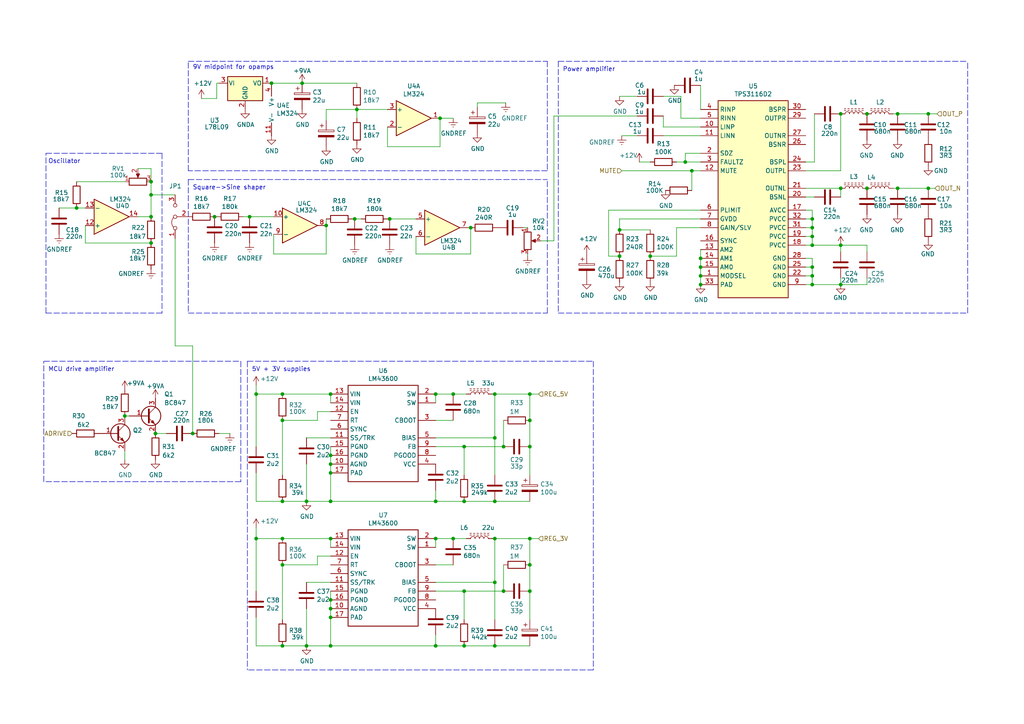
<source format=kicad_sch>
(kicad_sch (version 20211123) (generator eeschema)
  (paper "A4")
  (junction (at 74.295 156.21))
  (junction (at 203.2 77.47))
  (junction (at 95.885 156.21))
  (junction (at 243.84 82.55))
  (junction (at 43.815 70.485))
  (junction (at 95.885 134.62))
  (junction (at 251.46 54.61))
  (junction (at 143.51 114.3))
  (junction (at 269.24 54.61))
  (junction (at 95.885 176.53))
  (junction (at 153.67 129.54))
  (junction (at 136.525 66.04))
  (junction (at 153.67 156.21))
  (junction (at 87.63 24.13))
  (junction (at 153.67 121.92))
  (junction (at 179.705 66.675))
  (junction (at 235.585 63.5))
  (junction (at 143.51 187.325))
  (junction (at 235.585 71.12))
  (junction (at 88.9 145.415))
  (junction (at 134.62 145.415))
  (junction (at 243.84 33.02))
  (junction (at 143.51 168.91))
  (junction (at 81.915 145.415))
  (junction (at 134.62 187.325))
  (junction (at 260.35 54.61))
  (junction (at 95.885 137.16))
  (junction (at 235.585 82.55))
  (junction (at 143.51 127))
  (junction (at 126.365 145.415))
  (junction (at 131.445 156.21))
  (junction (at 243.84 54.61))
  (junction (at 203.2 82.55))
  (junction (at 43.815 62.865))
  (junction (at 81.915 156.21))
  (junction (at 134.62 129.54))
  (junction (at 251.46 33.02))
  (junction (at 81.915 187.325))
  (junction (at 143.51 156.21))
  (junction (at 235.585 66.04))
  (junction (at 200.66 49.53))
  (junction (at 74.295 114.3))
  (junction (at 43.815 56.515))
  (junction (at 203.2 74.93))
  (junction (at 126.365 156.21))
  (junction (at 146.05 171.45))
  (junction (at 95.885 187.325))
  (junction (at 179.705 74.295))
  (junction (at 235.585 77.47))
  (junction (at 95.885 173.99))
  (junction (at 146.05 129.54))
  (junction (at 126.365 114.3))
  (junction (at 36.195 120.65))
  (junction (at 143.51 145.415))
  (junction (at 235.585 68.58))
  (junction (at 81.915 121.92))
  (junction (at 94.615 65.405))
  (junction (at 22.225 60.325))
  (junction (at 188.595 74.295))
  (junction (at 55.88 125.73))
  (junction (at 126.365 187.325))
  (junction (at 235.585 80.01))
  (junction (at 153.67 163.83))
  (junction (at 127.635 34.29))
  (junction (at 72.39 62.865))
  (junction (at 131.445 114.3))
  (junction (at 153.67 171.45))
  (junction (at 153.67 114.3))
  (junction (at 95.885 179.07))
  (junction (at 198.755 46.99))
  (junction (at 103.505 31.75))
  (junction (at 243.84 71.12))
  (junction (at 95.885 114.3))
  (junction (at 269.24 33.02))
  (junction (at 78.74 24.13))
  (junction (at 134.62 171.45))
  (junction (at 45.085 125.73))
  (junction (at 203.2 80.01))
  (junction (at 95.885 132.08))
  (junction (at 102.87 63.5))
  (junction (at 113.03 63.5))
  (junction (at 62.23 62.865))
  (junction (at 81.915 163.83))
  (junction (at 43.815 52.705))
  (junction (at 88.9 187.325))
  (junction (at 81.915 114.3))
  (junction (at 260.35 33.02))
  (junction (at 95.885 145.415))
  (wire (pts (xy 103.505 31.75) (xy 103.505 34.29)))
  (polyline (pts (xy 158.75 90.805) (xy 158.75 52.07)))
  (wire (pts (xy 88.9 127) (xy 95.885 127)))
  (wire (pts (xy 45.085 125.73) (xy 48.26 125.73)))
  (wire (pts (xy 203.2 46.99) (xy 198.755 46.99)))
  (wire (pts (xy 138.43 29.845) (xy 138.43 31.115)))
  (wire (pts (xy 153.035 73.66) (xy 153.035 74.295)))
  (wire (pts (xy 251.46 71.12) (xy 251.46 73.025)))
  (polyline (pts (xy 46.99 90.805) (xy 13.335 90.805)))
  (wire (pts (xy 198.755 44.45) (xy 203.2 44.45)))
  (polyline (pts (xy 13.335 90.805) (xy 13.335 44.45)))
  (wire (pts (xy 153.67 114.3) (xy 156.21 114.3)))
  (wire (pts (xy 79.375 73.66) (xy 94.615 73.66)))
  (wire (pts (xy 142.875 114.3) (xy 143.51 114.3)))
  (wire (pts (xy 43.815 48.895) (xy 43.815 52.705)))
  (wire (pts (xy 88.9 145.415) (xy 81.915 145.415)))
  (wire (pts (xy 188.595 74.295) (xy 196.215 74.295)))
  (wire (pts (xy 156.845 69.85) (xy 160.655 69.85)))
  (wire (pts (xy 235.585 71.12) (xy 235.585 68.58)))
  (wire (pts (xy 36.195 133.35) (xy 36.195 130.81)))
  (polyline (pts (xy 161.925 17.78) (xy 280.67 17.78)))
  (wire (pts (xy 233.68 74.93) (xy 235.585 74.93)))
  (wire (pts (xy 233.68 82.55) (xy 235.585 82.55)))
  (wire (pts (xy 131.445 121.92) (xy 126.365 121.92)))
  (wire (pts (xy 235.585 60.96) (xy 235.585 63.5)))
  (wire (pts (xy 92.075 119.38) (xy 95.885 119.38)))
  (wire (pts (xy 88.9 168.91) (xy 95.885 168.91)))
  (wire (pts (xy 243.84 33.02) (xy 243.84 49.53)))
  (wire (pts (xy 81.915 163.83) (xy 92.075 163.83)))
  (wire (pts (xy 120.65 68.58) (xy 120.65 73.66)))
  (polyline (pts (xy 12.7 139.7) (xy 12.7 104.775)))
  (wire (pts (xy 233.68 77.47) (xy 235.585 77.47)))
  (wire (pts (xy 243.84 71.12) (xy 251.46 71.12)))
  (wire (pts (xy 233.68 46.99) (xy 236.22 46.99)))
  (wire (pts (xy 43.815 56.515) (xy 50.8 56.515)))
  (wire (pts (xy 153.67 121.92) (xy 153.67 129.54)))
  (wire (pts (xy 40.005 62.865) (xy 43.815 62.865)))
  (wire (pts (xy 88.9 134.62) (xy 88.9 145.415)))
  (wire (pts (xy 235.585 66.04) (xy 235.585 68.58)))
  (wire (pts (xy 95.885 171.45) (xy 95.885 173.99)))
  (wire (pts (xy 200.66 49.53) (xy 203.2 49.53)))
  (wire (pts (xy 136.525 73.66) (xy 136.525 66.04)))
  (wire (pts (xy 40.005 48.895) (xy 43.815 48.895)))
  (wire (pts (xy 143.51 137.795) (xy 143.51 127)))
  (wire (pts (xy 74.295 111.76) (xy 74.295 114.3)))
  (wire (pts (xy 88.9 187.325) (xy 81.915 187.325)))
  (wire (pts (xy 103.505 24.13) (xy 87.63 24.13)))
  (wire (pts (xy 203.2 63.5) (xy 179.705 63.5)))
  (wire (pts (xy 143.51 127) (xy 143.51 114.3)))
  (wire (pts (xy 88.9 145.415) (xy 95.885 145.415)))
  (wire (pts (xy 188.595 46.99) (xy 185.42 46.99)))
  (wire (pts (xy 17.145 60.325) (xy 22.225 60.325)))
  (wire (pts (xy 72.39 62.865) (xy 79.375 62.865)))
  (wire (pts (xy 95.885 187.325) (xy 95.885 179.07)))
  (wire (pts (xy 63.5 24.13) (xy 62.865 24.13)))
  (wire (pts (xy 95.885 156.21) (xy 81.915 156.21)))
  (wire (pts (xy 196.215 66.04) (xy 203.2 66.04)))
  (wire (pts (xy 81.915 163.83) (xy 81.915 179.705)))
  (wire (pts (xy 95.885 114.3) (xy 81.915 114.3)))
  (wire (pts (xy 233.68 57.15) (xy 236.22 57.15)))
  (wire (pts (xy 160.655 69.85) (xy 160.655 33.655)))
  (wire (pts (xy 95.885 187.325) (xy 126.365 187.325)))
  (polyline (pts (xy 54.61 52.07) (xy 54.61 90.805)))
  (wire (pts (xy 143.51 156.21) (xy 153.67 156.21)))
  (polyline (pts (xy 280.67 90.805) (xy 280.67 17.78)))
  (wire (pts (xy 160.655 33.655) (xy 184.785 33.655)))
  (wire (pts (xy 126.365 145.415) (xy 134.62 145.415)))
  (polyline (pts (xy 54.61 17.78) (xy 158.75 17.78)))
  (wire (pts (xy 120.65 73.66) (xy 136.525 73.66)))
  (wire (pts (xy 235.585 82.55) (xy 243.84 82.55)))
  (wire (pts (xy 131.445 114.3) (xy 135.255 114.3)))
  (wire (pts (xy 102.87 63.5) (xy 102.235 63.5)))
  (polyline (pts (xy 54.61 49.53) (xy 54.61 17.78)))
  (wire (pts (xy 94.615 31.75) (xy 94.615 34.925)))
  (wire (pts (xy 136.525 66.04) (xy 135.89 66.04)))
  (wire (pts (xy 81.915 187.325) (xy 74.295 187.325)))
  (wire (pts (xy 269.24 33.02) (xy 271.78 33.02)))
  (polyline (pts (xy 12.7 104.775) (xy 69.85 104.775)))
  (polyline (pts (xy 172.085 104.775) (xy 172.085 194.31)))
  (wire (pts (xy 235.585 74.93) (xy 235.585 77.47)))
  (wire (pts (xy 95.885 158.75) (xy 95.885 156.21)))
  (wire (pts (xy 153.67 156.21) (xy 156.21 156.21)))
  (wire (pts (xy 203.2 80.01) (xy 203.2 82.55)))
  (polyline (pts (xy 46.99 44.45) (xy 46.99 90.805)))
  (wire (pts (xy 79.375 67.945) (xy 79.375 73.66)))
  (wire (pts (xy 233.68 71.12) (xy 235.585 71.12)))
  (wire (pts (xy 200.66 49.53) (xy 180.34 49.53)))
  (wire (pts (xy 43.815 56.515) (xy 43.815 62.865)))
  (wire (pts (xy 50.8 69.215) (xy 50.8 100.33)))
  (polyline (pts (xy 54.61 90.805) (xy 158.75 90.805)))
  (wire (pts (xy 143.51 168.91) (xy 143.51 156.21)))
  (wire (pts (xy 126.365 116.84) (xy 126.365 114.3)))
  (wire (pts (xy 127.635 34.29) (xy 131.445 34.29)))
  (wire (pts (xy 203.2 34.29) (xy 197.485 34.29)))
  (wire (pts (xy 112.395 63.5) (xy 113.03 63.5)))
  (wire (pts (xy 22.225 60.325) (xy 24.765 60.325)))
  (wire (pts (xy 233.68 80.01) (xy 235.585 80.01)))
  (wire (pts (xy 134.62 171.45) (xy 146.05 171.45)))
  (polyline (pts (xy 172.085 194.31) (xy 71.755 194.31)))
  (polyline (pts (xy 71.755 104.775) (xy 172.085 104.775)))
  (wire (pts (xy 95.885 145.415) (xy 126.365 145.415)))
  (wire (pts (xy 192.405 39.37) (xy 203.2 39.37)))
  (wire (pts (xy 81.915 121.92) (xy 81.915 137.795)))
  (wire (pts (xy 74.295 153.035) (xy 74.295 156.21)))
  (wire (pts (xy 112.395 42.545) (xy 127.635 42.545)))
  (wire (pts (xy 95.885 116.84) (xy 95.885 114.3)))
  (wire (pts (xy 74.295 114.3) (xy 74.295 129.54)))
  (wire (pts (xy 143.51 145.415) (xy 153.67 145.415)))
  (wire (pts (xy 95.885 179.07) (xy 95.885 176.53)))
  (wire (pts (xy 196.215 74.295) (xy 196.215 66.04)))
  (wire (pts (xy 134.62 145.415) (xy 143.51 145.415)))
  (wire (pts (xy 259.08 54.61) (xy 260.35 54.61)))
  (wire (pts (xy 198.755 44.45) (xy 198.755 46.99)))
  (wire (pts (xy 233.68 63.5) (xy 235.585 63.5)))
  (wire (pts (xy 200.66 55.245) (xy 200.66 49.53)))
  (wire (pts (xy 243.84 82.55) (xy 251.46 82.55)))
  (wire (pts (xy 127.635 42.545) (xy 127.635 34.29)))
  (wire (pts (xy 134.62 129.54) (xy 146.05 129.54)))
  (wire (pts (xy 203.2 77.47) (xy 203.2 80.01)))
  (wire (pts (xy 176.53 60.96) (xy 203.2 60.96)))
  (wire (pts (xy 198.755 46.99) (xy 196.215 46.99)))
  (wire (pts (xy 197.485 27.94) (xy 192.405 27.94)))
  (wire (pts (xy 22.225 52.705) (xy 36.195 52.705)))
  (wire (pts (xy 74.295 145.415) (xy 74.295 137.16)))
  (wire (pts (xy 243.84 54.61) (xy 243.84 57.15)))
  (wire (pts (xy 88.9 176.53) (xy 88.9 187.325)))
  (wire (pts (xy 95.885 129.54) (xy 95.885 132.08)))
  (wire (pts (xy 260.35 33.02) (xy 269.24 33.02)))
  (wire (pts (xy 184.785 39.37) (xy 180.34 39.37)))
  (wire (pts (xy 126.365 142.24) (xy 126.365 145.415)))
  (wire (pts (xy 55.88 125.73) (xy 55.88 100.33)))
  (wire (pts (xy 233.68 66.04) (xy 235.585 66.04)))
  (wire (pts (xy 260.35 54.61) (xy 269.24 54.61)))
  (wire (pts (xy 113.03 63.5) (xy 120.65 63.5)))
  (wire (pts (xy 176.53 74.295) (xy 176.53 60.96)))
  (wire (pts (xy 143.51 179.705) (xy 143.51 168.91)))
  (wire (pts (xy 203.2 77.47) (xy 203.2 74.93)))
  (wire (pts (xy 126.365 114.3) (xy 131.445 114.3)))
  (wire (pts (xy 81.915 114.3) (xy 74.295 114.3)))
  (wire (pts (xy 153.67 171.45) (xy 153.67 179.705)))
  (wire (pts (xy 203.2 24.765) (xy 203.2 31.75)))
  (wire (pts (xy 143.51 114.3) (xy 153.67 114.3)))
  (wire (pts (xy 94.615 63.5) (xy 94.615 65.405)))
  (wire (pts (xy 92.075 163.83) (xy 92.075 161.29)))
  (wire (pts (xy 233.68 60.96) (xy 235.585 60.96)))
  (wire (pts (xy 95.885 134.62) (xy 95.885 137.16)))
  (wire (pts (xy 112.395 36.83) (xy 112.395 42.545)))
  (wire (pts (xy 192.405 36.83) (xy 192.405 33.655)))
  (wire (pts (xy 251.46 82.55) (xy 251.46 80.645)))
  (wire (pts (xy 112.395 31.75) (xy 103.505 31.75)))
  (wire (pts (xy 88.9 187.325) (xy 95.885 187.325)))
  (wire (pts (xy 36.195 120.65) (xy 37.465 120.65)))
  (polyline (pts (xy 158.75 49.53) (xy 54.61 49.53)))
  (wire (pts (xy 62.865 62.865) (xy 62.23 62.865)))
  (wire (pts (xy 70.485 62.865) (xy 72.39 62.865)))
  (wire (pts (xy 81.915 121.92) (xy 92.075 121.92)))
  (wire (pts (xy 235.585 80.01) (xy 235.585 82.55)))
  (wire (pts (xy 74.295 156.21) (xy 74.295 171.45)))
  (wire (pts (xy 94.615 65.405) (xy 94.615 73.66)))
  (wire (pts (xy 126.365 184.15) (xy 126.365 187.325)))
  (wire (pts (xy 235.585 77.47) (xy 235.585 80.01)))
  (wire (pts (xy 233.68 49.53) (xy 243.84 49.53)))
  (wire (pts (xy 81.915 156.21) (xy 74.295 156.21)))
  (wire (pts (xy 259.08 33.02) (xy 260.35 33.02)))
  (wire (pts (xy 103.505 31.75) (xy 94.615 31.75)))
  (wire (pts (xy 126.365 127) (xy 143.51 127)))
  (wire (pts (xy 95.885 137.16) (xy 95.885 145.415)))
  (wire (pts (xy 92.075 121.92) (xy 92.075 119.38)))
  (wire (pts (xy 58.42 28.575) (xy 62.865 28.575)))
  (wire (pts (xy 153.67 163.83) (xy 153.67 171.45)))
  (wire (pts (xy 74.295 187.325) (xy 74.295 179.07)))
  (wire (pts (xy 233.68 68.58) (xy 235.585 68.58)))
  (wire (pts (xy 126.365 158.75) (xy 126.365 156.21)))
  (wire (pts (xy 179.705 63.5) (xy 179.705 66.675)))
  (wire (pts (xy 142.875 156.21) (xy 143.51 156.21)))
  (wire (pts (xy 43.815 70.485) (xy 24.765 70.485)))
  (wire (pts (xy 146.05 163.83) (xy 146.05 171.45)))
  (wire (pts (xy 134.62 187.325) (xy 143.51 187.325)))
  (wire (pts (xy 43.815 52.705) (xy 43.815 56.515)))
  (wire (pts (xy 134.62 171.45) (xy 134.62 179.705)))
  (polyline (pts (xy 161.925 17.78) (xy 161.925 90.805)))
  (wire (pts (xy 203.2 72.39) (xy 203.2 74.93)))
  (wire (pts (xy 95.885 176.53) (xy 95.885 173.99)))
  (wire (pts (xy 188.595 66.675) (xy 179.705 66.675)))
  (wire (pts (xy 134.62 129.54) (xy 134.62 137.795)))
  (wire (pts (xy 126.365 156.21) (xy 131.445 156.21)))
  (wire (pts (xy 131.445 156.21) (xy 135.255 156.21)))
  (wire (pts (xy 179.705 27.94) (xy 184.785 27.94)))
  (wire (pts (xy 233.68 54.61) (xy 243.84 54.61)))
  (wire (pts (xy 24.765 70.485) (xy 24.765 65.405)))
  (polyline (pts (xy 71.755 104.775) (xy 71.755 194.31)))
  (polyline (pts (xy 69.85 104.775) (xy 69.85 139.7)))
  (wire (pts (xy 102.87 63.5) (xy 104.775 63.5)))
  (wire (pts (xy 197.485 34.29) (xy 197.485 27.94)))
  (wire (pts (xy 95.885 132.08) (xy 95.885 134.62)))
  (wire (pts (xy 92.075 161.29) (xy 95.885 161.29)))
  (wire (pts (xy 62.865 24.13) (xy 62.865 28.575)))
  (polyline (pts (xy 158.75 17.78) (xy 158.75 49.53)))
  (wire (pts (xy 63.5 125.73) (xy 66.675 125.73)))
  (polyline (pts (xy 54.61 52.07) (xy 158.75 52.07)))
  (wire (pts (xy 126.365 129.54) (xy 134.62 129.54)))
  (wire (pts (xy 203.2 36.83) (xy 192.405 36.83)))
  (wire (pts (xy 236.22 46.99) (xy 236.22 33.02)))
  (wire (pts (xy 146.05 121.92) (xy 146.05 129.54)))
  (wire (pts (xy 78.74 24.13) (xy 87.63 24.13)))
  (polyline (pts (xy 161.925 90.805) (xy 280.67 90.805)))
  (wire (pts (xy 126.365 171.45) (xy 134.62 171.45)))
  (wire (pts (xy 81.915 145.415) (xy 74.295 145.415)))
  (wire (pts (xy 235.585 71.12) (xy 243.84 71.12)))
  (wire (pts (xy 131.445 163.83) (xy 126.365 163.83)))
  (wire (pts (xy 55.88 100.33) (xy 50.8 100.33)))
  (wire (pts (xy 153.67 156.21) (xy 153.67 163.83)))
  (wire (pts (xy 243.84 71.12) (xy 243.84 73.025)))
  (wire (pts (xy 143.51 187.325) (xy 153.67 187.325)))
  (wire (pts (xy 146.685 29.845) (xy 138.43 29.845)))
  (wire (pts (xy 126.365 187.325) (xy 134.62 187.325)))
  (polyline (pts (xy 13.335 44.45) (xy 46.99 44.45)))
  (wire (pts (xy 126.365 168.91) (xy 143.51 168.91)))
  (wire (pts (xy 153.67 129.54) (xy 153.67 137.795)))
  (wire (pts (xy 235.585 63.5) (xy 235.585 66.04)))
  (wire (pts (xy 153.035 66.04) (xy 151.765 66.04)))
  (wire (pts (xy 179.705 74.295) (xy 176.53 74.295)))
  (polyline (pts (xy 69.85 139.7) (xy 12.7 139.7)))
  (wire (pts (xy 243.84 82.55) (xy 243.84 80.645)))
  (wire (pts (xy 269.24 54.61) (xy 271.145 54.61)))
  (wire (pts (xy 153.67 114.3) (xy 153.67 121.92)))
  (text "9V midpoint for opamps" (at 55.88 20.32 0) (effects (font (size 1.27 1.27)) (justify left bottom)))
  (text "Oscillator" (at 13.97 47.625 0) (effects (font (size 1.27 1.27)) (justify left bottom)))
  (text "Square->Sine shaper" (at 55.88 55.245 0) (effects (font (size 1.27 1.27)) (justify left bottom)))
  (text "Power amplifier" (at 163.195 20.955 0) (effects (font (size 1.27 1.27)) (justify left bottom)))
  (text "5V + 3V supplies" (at 73.025 107.95 0) (effects (font (size 1.27 1.27)) (justify left bottom)))
  (text "MCU drive amplifier" (at 13.97 107.95 0) (effects (font (size 1.27 1.27)) (justify left bottom)))
  (hierarchical_label "REG_5V" (shape input) (at 156.21 114.3 0))
  (hierarchical_label "MUTE" (shape input) (at 180.34 49.53 180))
  (hierarchical_label "REG_3V" (shape input) (at 156.21 156.21 0))
  (hierarchical_label "OUT_P" (shape input) (at 271.78 33.02 0))
  (hierarchical_label "ADRIVE" (shape input) (at 20.955 125.73 180))
  (hierarchical_label "OUT_N" (shape input) (at 271.145 54.61 0))
  (symbol (lib_id "Device:C") (at 17.145 64.135 0) (unit 1)
    (property "Reference" "C18" (at 19.05 66.675 0) (effects (justify left)))
    (property "Value" "220n" (at 19.05 68.58 0) (effects (justify left)))
    (property "Footprint" "Capacitor_THT:C_Rect_L7.0mm_W3.5mm_P5.00mm" (effects hide))
    (property "PN" "MKS2-220N/63-R" (effects hide))
    (property "supplier" "TME" (effects hide))
  )
  (symbol (lib_id "power:+12V") (at 185.42 46.99 0) (unit 1)
    (property "Reference" "#PWR030" (effects hide))
    (property "Value" "+12V" (at 182.245 45.085 0))
  )
  (symbol (lib_id "Amplifier_Operational:TL074") (at 32.385 62.865 0) (mirror x) (unit 4)
    (property "Reference" "U4" (at 35.56 59.69 0))
    (property "Value" "LM324" (at 34.925 57.785 0))
    (property "Footprint" "Package_SO:SO-14_3.9x8.65mm_P1.27mm" (effects hide))
    (property "Datasheet" "http://www.ti.com/lit/ds/symlink/tl071.pdf" (effects hide))
    (property "PN" "LM324AD" (effects hide))
    (property "supplier" "TME" (effects hide))
  )
  (symbol (lib_id "Device:C") (at 126.365 138.43 0) (unit 1)
    (property "Reference" "C32" (at 129.286 137.2616 0) (effects (justify left)))
    (property "Value" "2u2" (at 129.286 139.573 0) (effects (justify left)))
    (property "Footprint" "Capacitor_SMD:C_0805_2012Metric_Pad1.18x1.45mm_HandSolder" (effects hide))
    (property "PN" "CL21B225KPFNNNE" (effects hide))
    (property "supplier" "TME" (effects hide))
  )
  (symbol (lib_id "Device:C") (at 143.51 141.605 0) (unit 1)
    (property "Reference" "C33" (at 146.431 140.4366 0) (effects (justify left)))
    (property "Value" "2u2" (at 146.431 142.748 0) (effects (justify left)))
    (property "Footprint" "Capacitor_SMD:C_0805_2012Metric_Pad1.18x1.45mm_HandSolder" (effects hide))
    (property "PN" "CL21B225KPFNNNE" (effects hide))
    (property "supplier" "TME" (effects hide))
  )
  (symbol (lib_id "jlib_1:TPS3116D2") (at 218.44 52.07 0) (unit 1)
    (property "Reference" "U5" (at 218.44 24.9682 0))
    (property "Value" "TPS3116D2" (at 218.44 27.2796 0))
    (property "Footprint" "Package_SO:HTSSOP-32-1EP_6.1x11mm_P0.65mm_EP5.2x11mm_Mask4.11x4.36mm" (effects hide))
    (property "PN" "TPA3116D2DAD" (effects hide))
    (property "supplier" "aliexpress" (effects hide))
  )
  (symbol (lib_id "Device:CP") (at 94.615 38.735 0) (unit 1)
    (property "Reference" "C7" (at 97.6122 37.5666 0) (effects (justify left)))
    (property "Value" "22u" (at 97.6122 39.878 0) (effects (justify left)))
    (property "Footprint" "Capacitor_THT:CP_Radial_D5.0mm_P2.50mm" (effects hide))
    (property "PN" "EEAGA1E220H" (effects hide))
    (property "supplier" "TME" (effects hide))
  )
  (symbol (lib_id "Device:C") (at 251.46 58.42 180) (unit 1)
    (property "Reference" "C15" (at 257.175 57.785 0) (effects (justify left)))
    (property "Value" "680n" (at 258.445 59.69 0) (effects (justify left)))
    (property "Footprint" "Capacitor_SMD:C_0805_2012Metric_Pad1.18x1.45mm_HandSolder" (effects hide))
    (property "supplier" "TME" (effects hide))
    (property "PN" "C0805C684K5RAC" (effects hide))
  )
  (symbol (lib_id "power:GNDREF") (at 180.34 39.37 0) (unit 1)
    (property "Reference" "#PWR027" (effects hide))
    (property "Value" "GNDREF" (at 174.625 41.275 0))
  )
  (symbol (lib_id "Device:R") (at 140.335 66.04 90) (unit 1)
    (property "Reference" "R20" (at 140.335 60.7822 90))
    (property "Value" "240R" (at 140.335 63.0936 90))
    (property "Footprint" "Resistor_SMD:R_MiniMELF_MMA-0204" (effects hide))
    (property "PN" "MMA02040C2400" (effects hide))
    (property "supplier" "TME" (effects hide))
  )
  (symbol (lib_id "Device:R") (at 188.595 70.485 180) (unit 1)
    (property "Reference" "R24" (at 190.373 69.3166 0) (effects (justify right)))
    (property "Value" "100K" (at 190.373 71.628 0) (effects (justify right)))
    (property "Footprint" "Resistor_SMD:R_MiniMELF_MMA-0204" (effects hide))
    (property "supplier" "TME" (effects hide))
    (property "PN" "CSRV0204FTDG1003" (effects hide))
  )
  (symbol (lib_id "power:GND") (at 269.24 69.85 0) (unit 1)
    (property "Reference" "#PWR036" (effects hide))
    (property "Value" "GND" (at 271.145 73.66 0) (effects (justify right)))
  )
  (symbol (lib_id "Device:R") (at 108.585 63.5 90) (unit 1)
    (property "Reference" "R19" (at 108.585 58.2422 90))
    (property "Value" "180k" (at 108.585 60.5536 90))
    (property "Footprint" "Resistor_SMD:R_MiniMELF_MMA-0204" (effects hide))
    (property "PN" "MMA02040C1803" (effects hide))
    (property "supplier" "TME" (effects hide))
  )
  (symbol (lib_id "power:GND") (at 195.58 24.765 0) (unit 1)
    (property "Reference" "#PWR020" (effects hide))
    (property "Value" "GND" (at 195.707 29.1592 0))
  )
  (symbol (lib_id "power:+12V") (at 74.295 111.76 0) (unit 1)
    (property "Reference" "#PWR055" (effects hide))
    (property "Value" "+12V" (at 78.105 109.855 0))
  )
  (symbol (lib_id "power:GND") (at 193.04 55.245 0) (unit 1)
    (property "Reference" "#PWR032" (effects hide))
    (property "Value" "GND" (at 193.167 59.6392 0))
  )
  (symbol (lib_id "Device:C") (at 188.595 39.37 270) (unit 1)
    (property "Reference" "C13" (at 182.245 36.195 90) (effects (justify left)))
    (property "Value" "1u" (at 183.515 38.1 90) (effects (justify left)))
    (property "Footprint" "Capacitor_THT:C_Rect_L7.0mm_W3.5mm_P5.00mm" (effects hide))
    (property "PN" "MKS2-1U/50" (effects hide))
    (property "supplier" "TME" (effects hide))
  )
  (symbol (lib_id "Device:C") (at 88.9 130.81 0) (unit 1)
    (property "Reference" "C30" (at 91.821 129.6416 0) (effects (justify left)))
    (property "Value" "2u2" (at 91.821 131.953 0) (effects (justify left)))
    (property "Footprint" "Capacitor_SMD:C_0805_2012Metric_Pad1.18x1.45mm_HandSolder" (effects hide))
    (property "PN" "CL21B225KPFNNNE" (effects hide))
    (property "supplier" "TME" (effects hide))
  )
  (symbol (lib_id "Device:C") (at 240.03 33.02 270) (unit 1)
    (property "Reference" "C8" (at 238.76 36.83 90) (effects (justify left)))
    (property "Value" "220n" (at 238.125 38.735 90) (effects (justify left)))
    (property "Footprint" "Capacitor_SMD:C_0805_2012Metric_Pad1.18x1.45mm_HandSolder" (effects hide))
    (property "PN" "VJ0805Y224KXATW1BC" (effects hide))
    (property "supplier" "TME" (effects hide))
  )
  (symbol (lib_id "power:GNDREF") (at 131.445 34.29 0) (unit 1)
    (property "Reference" "#PWR021" (effects hide))
    (property "Value" "GNDREF" (at 131.572 38.6842 0))
  )
  (symbol (lib_id "power:+12V") (at 58.42 28.575 0) (unit 1)
    (property "Reference" "#PWR016" (effects hide))
    (property "Value" "+12V" (at 58.801 24.1808 0))
  )
  (symbol (lib_id "Device:C") (at 62.23 66.675 0) (unit 1)
    (property "Reference" "C20" (at 65.151 65.5066 0) (effects (justify left)))
    (property "Value" "220n" (at 65.151 67.818 0) (effects (justify left)))
    (property "Footprint" "Capacitor_THT:C_Rect_L7.0mm_W3.5mm_P5.00mm" (effects hide))
    (property "PN" "MKS2-220N/63-R" (effects hide))
    (property "supplier" "TME" (effects hide))
  )
  (symbol (lib_id "power:+12V") (at 74.295 153.035 0) (unit 1)
    (property "Reference" "#PWR057" (effects hide))
    (property "Value" "+12V" (at 78.105 151.13 0))
  )
  (symbol (lib_id "Device:L_Core_Ferrite") (at 255.27 54.61 90) (unit 1)
    (property "Reference" "L4" (at 252.73 51.435 90))
    (property "Value" "10u" (effects hide))
    (property "Footprint" "Inductor_SMD:L_10.4x10.4_H4.8" (effects hide))
    (property "supplier" "TME" (effects hide))
    (property "PN" " PSDB1005NT100" (effects hide))
  )
  (symbol (lib_id "Device:C") (at 251.46 36.83 180) (unit 1)
    (property "Reference" "C10" (at 257.175 36.195 0) (effects (justify left)))
    (property "Value" "680n" (at 258.445 38.1 0) (effects (justify left)))
    (property "Footprint" "Capacitor_SMD:C_0805_2012Metric_Pad1.18x1.45mm_HandSolder" (effects hide))
    (property "supplier" "TME" (effects hide))
    (property "PN" "C0805C684K5RAC" (effects hide))
  )
  (symbol (lib_id "Device:C") (at 72.39 66.675 0) (unit 1)
    (property "Reference" "C21" (at 75.311 65.5066 0) (effects (justify left)))
    (property "Value" "22n" (at 75.311 67.818 0) (effects (justify left)))
    (property "Footprint" "Capacitor_THT:C_Rect_L7.0mm_W3.5mm_P5.00mm" (effects hide))
    (property "PN" "MKS2-22N/63" (effects hide))
    (property "supplier" "TME" (effects hide))
  )
  (symbol (lib_id "power:GNDREF") (at 153.035 74.295 0) (unit 1)
    (property "Reference" "#PWR042" (effects hide))
    (property "Value" "GNDREF" (at 153.162 78.6892 0))
  )
  (symbol (lib_id "Amplifier_Operational:TL074") (at 81.28 31.75 0) (unit 5)
    (property "Reference" "U4" (at 80.2132 30.5816 0) (effects (justify left)))
    (property "Value" "LM324" (at 80.2132 32.893 0) (effects (justify left)))
    (property "Footprint" "Package_SO:SO-14_3.9x8.65mm_P1.27mm" (effects hide))
    (property "Datasheet" "http://www.ti.com/lit/ds/symlink/tl071.pdf" (effects hide))
    (property "PN" "LM324AD" (effects hide))
    (property "supplier" "TME" (effects hide))
  )
  (symbol (lib_id "Device:R") (at 103.505 27.94 180) (unit 1)
    (property "Reference" "R10" (at 105.283 26.7716 0) (effects (justify right)))
    (property "Value" "18k7" (at 105.283 29.083 0) (effects (justify right)))
    (property "Footprint" "Resistor_SMD:R_MiniMELF_MMA-0204" (effects hide))
    (property "PN" "SMDMM0204-18K7" (effects hide))
    (property "supplier" "TME" (effects hide))
  )
  (symbol (lib_id "Device:C") (at 102.87 67.31 0) (unit 1)
    (property "Reference" "C22" (at 105.791 66.1416 0) (effects (justify left)))
    (property "Value" "220n" (at 105.791 68.453 0) (effects (justify left)))
    (property "Footprint" "Capacitor_THT:C_Rect_L7.0mm_W3.5mm_P5.00mm" (effects hide))
    (property "PN" "MKS2-220N/63-R" (effects hide))
    (property "supplier" "TME" (effects hide))
  )
  (symbol (lib_id "power:GND") (at 203.2 82.55 0) (unit 1)
    (property "Reference" "#PWR048" (effects hide))
    (property "Value" "GND" (at 203.327 86.9442 0))
  )
  (symbol (lib_id "power:GND") (at 179.705 27.94 0) (unit 1)
    (property "Reference" "#PWR022" (effects hide))
    (property "Value" "GND" (at 179.832 32.3342 0))
  )
  (symbol (lib_id "Device:R_POT") (at 40.005 52.705 90) (unit 1)
    (property "Reference" "RV1" (at 34.29 48.895 90))
    (property "Value" "100k" (at 34.29 50.8 90))
    (property "Footprint" "Potentiometer_THT:Potentiometer_Bourns_3296W_Vertical" (effects hide))
    (property "supplier" "TME" (effects hide))
    (property "PN" "T910W-100K" (effects hide))
  )
  (symbol (lib_id "power:GNDREF") (at 17.145 67.945 0) (unit 1)
    (property "Reference" "#PWR035" (effects hide))
    (property "Value" "GNDREF" (at 17.272 72.3392 0))
  )
  (symbol (lib_id "Device:R") (at 45.085 129.54 0) (unit 1)
    (property "Reference" "R31" (at 48.895 129.54 0))
    (property "Value" "6k2" (at 48.895 132.08 0))
    (property "Footprint" "Resistor_SMD:R_MiniMELF_MMA-0204" (effects hide))
    (property "PN" "MMA02040C6202" (effects hide))
    (property "supplier" "TME" (effects hide))
  )
  (symbol (lib_id "Device:R") (at 59.69 125.73 90) (unit 1)
    (property "Reference" "R26" (at 59.69 120.015 90))
    (property "Value" "180k" (at 59.69 121.92 90))
    (property "Footprint" "Resistor_SMD:R_MiniMELF_MMA-0204" (effects hide))
    (property "PN" "MMA02040C1803" (effects hide))
    (property "supplier" "TME" (effects hide))
  )
  (symbol (lib_id "power:GND") (at 88.9 145.415 0) (unit 1)
    (property "Reference" "#PWR056" (effects hide))
    (property "Value" "GND" (at 89.027 149.8092 0))
  )
  (symbol (lib_id "Device:R") (at 36.195 116.84 0) (mirror x) (unit 1)
    (property "Reference" "R29" (at 34.417 115.6716 0) (effects (justify right)))
    (property "Value" "18k7" (at 34.417 117.983 0) (effects (justify right)))
    (property "Footprint" "Resistor_SMD:R_MiniMELF_MMA-0204" (effects hide))
    (property "PN" "SMDMM0204-18K7" (effects hide))
    (property "supplier" "TME" (effects hide))
  )
  (symbol (lib_id "jlib_1:LM43600") (at 111.125 166.37 0) (unit 1)
    (property "Reference" "U7" (at 111.125 149.4282 0))
    (property "Value" "LM43600" (at 111.125 151.7396 0))
    (property "Footprint" "Package_SO:HTSSOP-16-1EP_4.4x5mm_P0.65mm_EP3.4x5mm_Mask2.46x2.31mm" (effects hide))
    (property "PN" "LM43600PWPR" (effects hide))
    (property "supplier" "MOUSER" (effects hide))
  )
  (symbol (lib_id "Device:R") (at 103.505 38.1 180) (unit 1)
    (property "Reference" "R11" (at 105.283 36.9316 0) (effects (justify right)))
    (property "Value" "18k7" (at 105.283 39.243 0) (effects (justify right)))
    (property "Footprint" "Resistor_SMD:R_MiniMELF_MMA-0204" (effects hide))
    (property "PN" "SMDMM0204-18K7" (effects hide))
    (property "supplier" "TME" (effects hide))
  )
  (symbol (lib_id "power:GND") (at 269.24 48.26 0) (unit 1)
    (property "Reference" "#PWR031" (effects hide))
    (property "Value" "GND" (at 274.955 49.53 0) (effects (justify right)))
  )
  (symbol (lib_id "Device:C") (at 88.9 172.72 0) (unit 1)
    (property "Reference" "C37" (at 91.821 171.5516 0) (effects (justify left)))
    (property "Value" "2u2" (at 91.821 173.863 0) (effects (justify left)))
    (property "Footprint" "Capacitor_SMD:C_0805_2012Metric_Pad1.18x1.45mm_HandSolder" (effects hide))
    (property "PN" "CL21B225KPFNNNE" (effects hide))
    (property "supplier" "TME" (effects hide))
  )
  (symbol (lib_id "Device:C") (at 269.24 36.83 180) (unit 1)
    (property "Reference" "C12" (at 275.59 36.195 0) (effects (justify left)))
    (property "Value" "10n" (at 276.225 38.1 0) (effects (justify left)))
    (property "Footprint" "Capacitor_SMD:C_0805_2012Metric_Pad1.18x1.45mm_HandSolder" (effects hide))
    (property "PN" "VJ0805Y103KXAPW1BC" (effects hide))
    (property "supplier" "TME" (effects hide))
  )
  (symbol (lib_id "Device:C") (at 149.86 171.45 270) (unit 1)
    (property "Reference" "C36" (at 149.86 175.26 90))
    (property "Value" "33p" (at 149.86 177.165 90))
    (property "Footprint" "Capacitor_SMD:C_0805_2012Metric_Pad1.18x1.45mm_HandSolder" (effects hide))
    (property "PN" "VJ0805A330FXAAC" (effects hide))
    (property "supplier" "TME" (effects hide))
  )
  (symbol (lib_id "power:GND") (at 251.46 62.23 0) (unit 1)
    (property "Reference" "#PWR033" (effects hide))
    (property "Value" "GND" (at 253.365 66.675 0) (effects (justify right)))
  )
  (symbol (lib_id "Device:CP") (at 153.67 183.515 0) (unit 1)
    (property "Reference" "C41" (at 156.6672 182.3466 0) (effects (justify left)))
    (property "Value" "100u" (at 156.6672 184.658 0) (effects (justify left)))
    (property "Footprint" "Capacitor_Tantalum_SMD:CP_EIA-7343-31_Kemet-D_Pad2.25x2.55mm_HandSolder" (effects hide))
    (property "PN" "T491C107K010AT" (effects hide))
    (property "supplier" "TME" (effects hide))
  )
  (symbol (lib_id "Device:R_POT") (at 153.035 69.85 0) (unit 1)
    (property "Reference" "RV2" (at 156.21 64.135 0))
    (property "Value" "10k" (at 156.21 66.04 0))
    (property "Footprint" "Potentiometer_THT:Potentiometer_Bourns_3296W_Vertical" (effects hide))
    (property "supplier" "TME" (effects hide))
    (property "PN" "T910W-10K" (effects hide))
  )
  (symbol (lib_id "Device:C") (at 126.365 180.34 0) (unit 1)
    (property "Reference" "C39" (at 129.286 179.1716 0) (effects (justify left)))
    (property "Value" "2u2" (at 129.286 181.483 0) (effects (justify left)))
    (property "Footprint" "Capacitor_SMD:C_0805_2012Metric_Pad1.18x1.45mm_HandSolder" (effects hide))
    (property "PN" "CL21B225KPFNNNE" (effects hide))
    (property "supplier" "TME" (effects hide))
  )
  (symbol (lib_id "Device:CP") (at 153.67 141.605 0) (unit 1)
    (property "Reference" "C34" (at 156.6672 140.4366 0) (effects (justify left)))
    (property "Value" "100u" (at 156.6672 142.748 0) (effects (justify left)))
    (property "Footprint" "Capacitor_Tantalum_SMD:CP_EIA-7343-31_Kemet-D_Pad2.25x2.55mm_HandSolder" (effects hide))
    (property "PN" "T491C107K010AT" (effects hide))
    (property "supplier" "TME" (effects hide))
  )
  (symbol (lib_id "power:GND") (at 138.43 38.735 0) (unit 1)
    (property "Reference" "#PWR023" (effects hide))
    (property "Value" "GND" (at 138.557 43.1292 0))
  )
  (symbol (lib_id "Device:CP") (at 87.63 27.94 0) (unit 1)
    (property "Reference" "C3" (at 90.6272 26.7716 0) (effects (justify left)))
    (property "Value" "22u" (at 90.6272 29.083 0) (effects (justify left)))
    (property "Footprint" "Capacitor_THT:CP_Radial_D5.0mm_P2.50mm" (effects hide))
    (property "PN" "EEAGA1E220H" (effects hide))
    (property "supplier" "TME" (effects hide))
  )
  (symbol (lib_id "Device:R") (at 58.42 62.865 90) (unit 1)
    (property "Reference" "R16" (at 58.42 57.6072 90))
    (property "Value" "18k7" (at 58.42 59.9186 90))
    (property "Footprint" "Resistor_SMD:R_MiniMELF_MMA-0204" (effects hide))
    (property "PN" "SMDMM0204-18K7" (effects hide))
    (property "supplier" "TME" (effects hide))
  )
  (symbol (lib_id "power:GND") (at 88.9 187.325 0) (unit 1)
    (property "Reference" "#PWR058" (effects hide))
    (property "Value" "GND" (at 89.027 191.7192 0))
  )
  (symbol (lib_id "Device:C") (at 199.39 24.765 270) (unit 1)
    (property "Reference" "C4" (at 201.295 20.955 90) (effects (justify left)))
    (property "Value" "1u" (at 201.295 22.86 90) (effects (justify left)))
    (property "Footprint" "Capacitor_THT:C_Rect_L7.0mm_W3.5mm_P5.00mm" (effects hide))
    (property "PN" "MKS2-1U/50" (effects hide))
    (property "supplier" "TME" (effects hide))
  )
  (symbol (lib_id "Device:R") (at 269.24 66.04 180) (unit 1)
    (property "Reference" "R21" (at 274.32 64.77 0))
    (property "Value" "3R3" (at 274.32 66.675 0))
    (property "Footprint" "Resistor_SMD:R_MiniMELF_MMA-0204" (effects hide))
    (property "supplier" "TME" (effects hide))
    (property "PN" "CSRV0204FTDG0033" (effects hide))
  )
  (symbol (lib_id "Device:C") (at 131.445 118.11 0) (unit 1)
    (property "Reference" "C28" (at 134.366 116.9416 0) (effects (justify left)))
    (property "Value" "680n" (at 134.366 119.253 0) (effects (justify left)))
    (property "Footprint" "Capacitor_SMD:C_0805_2012Metric_Pad1.18x1.45mm_HandSolder" (effects hide))
    (property "supplier" "TME" (effects hide))
    (property "PN" "C0805C684K5RAC" (effects hide))
  )
  (symbol (lib_id "power:+9VA") (at 36.195 113.03 0) (unit 1)
    (property "Reference" "#PWR051" (effects hide))
    (property "Value" "+9VA" (at 39.37 111.125 0))
  )
  (symbol (lib_id "Device:R") (at 81.915 160.02 0) (unit 1)
    (property "Reference" "R36" (at 85.725 159.385 0))
    (property "Value" "100K" (at 86.36 161.29 0))
    (property "Footprint" "Resistor_SMD:R_MiniMELF_MMA-0204" (effects hide))
    (property "supplier" "TME" (effects hide))
    (property "PN" "CSRV0204FTDG1003" (effects hide))
  )
  (symbol (lib_id "Device:R") (at 179.705 70.485 180) (unit 1)
    (property "Reference" "R23" (at 181.483 69.3166 0) (effects (justify right)))
    (property "Value" "240R" (at 181.483 71.628 0) (effects (justify right)))
    (property "Footprint" "Resistor_SMD:R_MiniMELF_MMA-0204" (effects hide))
    (property "PN" "MMA02040C2400" (effects hide))
    (property "supplier" "TME" (effects hide))
  )
  (symbol (lib_id "power:GND") (at 78.74 39.37 0) (unit 1)
    (property "Reference" "#PWR024" (effects hide))
    (property "Value" "GND" (at 78.867 43.7642 0))
  )
  (symbol (lib_id "power:GND") (at 170.18 81.28 0) (unit 1)
    (property "Reference" "#PWR050" (effects hide))
    (property "Value" "GND" (at 170.307 85.6742 0))
  )
  (symbol (lib_id "Device:CP") (at 170.18 77.47 0) (unit 1)
    (property "Reference" "C26" (at 173.355 78.105 0) (effects (justify left)))
    (property "Value" "470u" (at 173.355 80.01 0) (effects (justify left)))
    (property "Footprint" "Capacitor_THT:CP_Radial_D8.0mm_P3.50mm" (effects hide))
    (property "PN" "UPA1E471MPD" (effects hide))
    (property "supplier" "MOUSER" (effects hide))
  )
  (symbol (lib_id "Regulator_Linear:L78L09_TO92") (at 71.12 24.13 0) (unit 1)
    (property "Reference" "U3" (at 62.23 34.925 0))
    (property "Value" "L78L09" (at 62.865 36.83 0))
    (property "Footprint" "Package_TO_SOT_THT:TO-92_Wide" (effects hide))
    (property "Datasheet" "http://www.st.com/content/ccc/resource/technical/document/datasheet/15/55/e5/aa/23/5b/43/fd/CD00000446.pdf/files/CD00000446.pdf/jcr:content/translations/en.CD00000446.pdf" (effects hide))
    (property "PN" "L78L09ABZ" (effects hide))
    (property "supplier" "TME" (effects hide))
  )
  (symbol (lib_id "power:GNDREF") (at 66.675 125.73 0) (unit 1)
    (property "Reference" "#PWR043" (effects hide))
    (property "Value" "GNDREF" (at 64.77 130.175 0))
  )
  (symbol (lib_id "power:+9VA") (at 45.085 115.57 0) (unit 1)
    (property "Reference" "#PWR052" (effects hide))
    (property "Value" "+9VA" (at 45.085 111.9655 0))
  )
  (symbol (lib_id "power:GNDREF") (at 62.23 70.485 0) (unit 1)
    (property "Reference" "#PWR037" (effects hide))
    (property "Value" "GNDREF" (at 62.357 74.8792 0))
  )
  (symbol (lib_id "Device:C") (at 260.35 58.42 180) (unit 1)
    (property "Reference" "C16" (at 266.065 57.785 0) (effects (justify left)))
    (property "Value" "680n" (at 267.335 59.69 0) (effects (justify left)))
    (property "Footprint" "Capacitor_SMD:C_0805_2012Metric_Pad1.18x1.45mm_HandSolder" (effects hide))
    (property "supplier" "TME" (effects hide))
    (property "PN" "C0805C684K5RAC" (effects hide))
  )
  (symbol (lib_id "Amplifier_Operational:TL074") (at 86.995 65.405 0) (unit 3)
    (property "Reference" "U4" (at 88.265 59.055 0))
    (property "Value" "LM324" (at 88.9 60.96 0))
    (property "Footprint" "Package_SO:SO-14_3.9x8.65mm_P1.27mm" (effects hide))
    (property "Datasheet" "http://www.ti.com/lit/ds/symlink/tl071.pdf" (effects hide))
    (property "PN" "LM324AD" (effects hide))
    (property "supplier" "TME" (effects hide))
  )
  (symbol (lib_id "Device:L_Core_Ferrite") (at 139.065 156.21 90) (unit 1)
    (property "Reference" "L6" (at 134.62 153.035 90))
    (property "Value" "22u" (at 141.605 153.035 90))
    (property "Footprint" "Inductor_SMD:L_Coilcraft_LPS5030" (effects hide))
    (property "PN" "LPS5030-223MRC" (effects hide))
    (property "supplier" "MOUSER" (effects hide))
  )
  (symbol (lib_id "Device:R") (at 24.765 125.73 270) (unit 1)
    (property "Reference" "R30" (at 24.765 120.65 90) (effects (justify right)))
    (property "Value" "6k2" (at 26.035 123.19 90) (effects (justify right)))
    (property "Footprint" "Resistor_SMD:R_MiniMELF_MMA-0204" (effects hide))
    (property "PN" "MMA02040C6202" (effects hide))
    (property "supplier" "TME" (effects hide))
  )
  (symbol (lib_id "Amplifier_Operational:TL074") (at 128.27 66.04 0) (unit 2)
    (property "Reference" "U4" (at 130.175 71.755 0))
    (property "Value" "LM324" (at 130.81 69.85 0))
    (property "Footprint" "Package_SO:SO-14_3.9x8.65mm_P1.27mm" (effects hide))
    (property "Datasheet" "http://www.ti.com/lit/ds/symlink/tl071.pdf" (effects hide))
    (property "PN" "LM324AD" (effects hide))
    (property "supplier" "TME" (effects hide))
  )
  (symbol (lib_id "Device:C") (at 269.24 58.42 180) (unit 1)
    (property "Reference" "C17" (at 275.59 57.785 0) (effects (justify left)))
    (property "Value" "10n" (at 276.225 59.69 0) (effects (justify left)))
    (property "Footprint" "Capacitor_SMD:C_0805_2012Metric_Pad1.18x1.45mm_HandSolder" (effects hide))
    (property "PN" "VJ0805Y103KXAPW1BC" (effects hide))
    (property "supplier" "TME" (effects hide))
  )
  (symbol (lib_id "Device:L_Core_Ferrite") (at 255.27 33.02 90) (unit 1)
    (property "Reference" "L2" (at 255.27 29.6418 90))
    (property "Value" "10u" (effects hide))
    (property "Footprint" "Inductor_SMD:L_10.4x10.4_H4.8" (effects hide))
    (property "supplier" "TME" (effects hide))
    (property "PN" " PSDB1005NT100" (effects hide))
  )
  (symbol (lib_id "Device:R") (at 134.62 183.515 0) (unit 1)
    (property "Reference" "R39" (at 138.43 182.88 0))
    (property "Value" "442k" (at 139.065 184.785 0))
    (property "Footprint" "Resistor_SMD:R_MiniMELF_MMA-0204" (effects hide))
    (property "supplier" "MOUSER" (effects hide))
    (property "PN" "MMA02040C4423FB300" (effects hide))
  )
  (symbol (lib_id "Amplifier_Operational:TL074") (at 120.015 34.29 0) (unit 1)
    (property "Reference" "U4" (at 120.015 24.9682 0))
    (property "Value" "LM324" (at 120.015 27.2796 0))
    (property "Footprint" "Package_SO:SO-14_3.9x8.65mm_P1.27mm" (effects hide))
    (property "Datasheet" "http://www.ti.com/lit/ds/symlink/tl071.pdf" (effects hide))
    (property "PN" "LM324AD" (effects hide))
    (property "supplier" "TME" (effects hide))
  )
  (symbol (lib_id "Device:C") (at 131.445 160.02 0) (unit 1)
    (property "Reference" "C35" (at 134.366 158.8516 0) (effects (justify left)))
    (property "Value" "680n" (at 134.366 161.163 0) (effects (justify left)))
    (property "Footprint" "Capacitor_SMD:C_0805_2012Metric_Pad1.18x1.45mm_HandSolder" (effects hide))
    (property "supplier" "TME" (effects hide))
    (property "PN" "C0805C684K5RAC" (effects hide))
  )
  (symbol (lib_id "Device:R") (at 43.815 74.295 180) (unit 1)
    (property "Reference" "R25" (at 38.1 73.025 0) (effects (justify right)))
    (property "Value" "18k7" (at 37.465 74.93 0) (effects (justify right)))
    (property "Footprint" "Resistor_SMD:R_MiniMELF_MMA-0204" (effects hide))
    (property "PN" "SMDMM0204-18K7" (effects hide))
    (property "supplier" "TME" (effects hide))
  )
  (symbol (lib_id "Device:R") (at 188.595 78.105 180) (unit 1)
    (property "Reference" "R28" (at 190.373 76.9366 0) (effects (justify right)))
    (property "Value" "39k" (at 190.373 79.248 0) (effects (justify right)))
    (property "Footprint" "Resistor_SMD:R_MiniMELF_MMA-0204" (effects hide))
    (property "PN" "MMA02040C3903" (effects hide))
    (property "supplier" "TME" (effects hide))
  )
  (symbol (lib_id "power:GNDREF") (at 43.815 78.105 0) (unit 1)
    (property "Reference" "#PWR044" (effects hide))
    (property "Value" "GNDREF" (at 38.1 79.375 0))
  )
  (symbol (lib_id "Device:R") (at 179.705 78.105 180) (unit 1)
    (property "Reference" "R27" (at 181.483 76.9366 0) (effects (justify right)))
    (property "Value" "100K" (at 181.483 79.248 0) (effects (justify right)))
    (property "Footprint" "Resistor_SMD:R_MiniMELF_MMA-0204" (effects hide))
    (property "supplier" "TME" (effects hide))
    (property "PN" "CSRV0204FTDG1003" (effects hide))
  )
  (symbol (lib_id "Jumper:Jumper_3_Bridged12") (at 50.8 62.865 90) (unit 1)
    (property "Reference" "JP1" (at 52.705 53.975 90) (effects (justify left)))
    (property "Value" "Jumper_3_Bridged12" (effects hide))
    (property "Footprint" "Connector_PinHeader_2.54mm:PinHeader_1x03_P2.54mm_Vertical" (effects hide))
    (property "PN" "ZL201-10G" (effects hide))
    (property "supplier" "TME" (effects hide))
  )
  (symbol (lib_id "power:GND") (at 45.085 133.35 0) (unit 1)
    (property "Reference" "#PWR054" (effects hide))
    (property "Value" "GND" (at 45.212 137.7442 0))
  )
  (symbol (lib_id "power:+9VA") (at 87.63 24.13 0) (unit 1)
    (property "Reference" "#PWR015" (effects hide))
    (property "Value" "+9VA" (at 87.63 20.5255 0))
  )
  (symbol (lib_id "Device:R") (at 98.425 63.5 90) (unit 1)
    (property "Reference" "R18" (at 98.425 58.2422 90))
    (property "Value" "18k7" (at 98.425 60.5536 90))
    (property "Footprint" "Resistor_SMD:R_MiniMELF_MMA-0204" (effects hide))
    (property "PN" "SMDMM0204-18K7" (effects hide))
    (property "supplier" "TME" (effects hide))
  )
  (symbol (lib_id "Device:R") (at 149.86 163.83 270) (unit 1)
    (property "Reference" "R37" (at 149.86 158.75 90))
    (property "Value" "1M" (at 149.225 161.29 90))
    (property "Footprint" "Resistor_SMD:R_MiniMELF_MMA-0204" (effects hide))
    (property "supplier" "TME" (effects hide))
    (property "PN" "M24S4FF1004T30" (effects hide))
  )
  (symbol (lib_id "power:GNDREF") (at 146.685 29.845 0) (unit 1)
    (property "Reference" "#PWR017" (effects hide))
    (property "Value" "GNDREF" (at 149.225 34.29 0))
  )
  (symbol (lib_id "power:GND") (at 260.35 40.64 0) (unit 1)
    (property "Reference" "#PWR029" (effects hide))
    (property "Value" "GND" (at 262.255 45.085 0) (effects (justify right)))
  )
  (symbol (lib_id "Device:C") (at 52.07 125.73 270) (unit 1)
    (property "Reference" "C27" (at 50.8 120.015 90) (effects (justify left)))
    (property "Value" "220n" (at 50.165 121.92 90) (effects (justify left)))
    (property "Footprint" "Capacitor_SMD:C_0805_2012Metric_Pad1.18x1.45mm_HandSolder" (effects hide))
    (property "PN" "VJ0805Y224KXATW1BC" (effects hide))
    (property "supplier" "TME" (effects hide))
  )
  (symbol (lib_id "Transistor_BJT:BC847") (at 42.545 120.65 0) (unit 1)
    (property "Reference" "Q1" (at 47.625 114.3 0) (effects (justify left)))
    (property "Value" "BC847" (at 47.625 116.84 0) (effects (justify left)))
    (property "Footprint" "Package_TO_SOT_SMD:SOT-23" (effects hide))
    (property "Datasheet" "http://www.infineon.com/dgdl/Infineon-BC847SERIES_BC848SERIES_BC849SERIES_BC850SERIES-DS-v01_01-en.pdf?fileId=db3a304314dca389011541d4630a1657" (effects hide))
    (property "PN" "BC847.215" (effects hide))
    (property "supplier" "TME" (effects hide))
  )
  (symbol (lib_id "Device:C") (at 74.295 175.26 0) (unit 1)
    (property "Reference" "C38" (at 77.216 174.0916 0) (effects (justify left)))
    (property "Value" "2u2" (at 77.216 176.403 0) (effects (justify left)))
    (property "Footprint" "Capacitor_SMD:C_0805_2012Metric_Pad1.18x1.45mm_HandSolder" (effects hide))
    (property "PN" "CL21B225KPFNNNE" (effects hide))
    (property "supplier" "TME" (effects hide))
  )
  (symbol (lib_id "Device:C") (at 149.86 129.54 270) (unit 1)
    (property "Reference" "C29" (at 149.86 133.35 90))
    (property "Value" "33p" (at 149.86 135.255 90))
    (property "Footprint" "Capacitor_SMD:C_0805_2012Metric_Pad1.18x1.45mm_HandSolder" (effects hide))
    (property "PN" "VJ0805A330FXAAC" (effects hide))
    (property "supplier" "TME" (effects hide))
  )
  (symbol (lib_id "Device:C") (at 260.35 36.83 180) (unit 1)
    (property "Reference" "C11" (at 266.065 36.195 0) (effects (justify left)))
    (property "Value" "680n" (at 267.335 38.1 0) (effects (justify left)))
    (property "Footprint" "Capacitor_SMD:C_0805_2012Metric_Pad1.18x1.45mm_HandSolder" (effects hide))
    (property "supplier" "TME" (effects hide))
    (property "PN" "C0805C684K5RAC" (effects hide))
  )
  (symbol (lib_id "Device:R") (at 81.915 118.11 0) (unit 1)
    (property "Reference" "R32" (at 85.725 117.475 0))
    (property "Value" "100K" (at 86.36 119.38 0))
    (property "Footprint" "Resistor_SMD:R_MiniMELF_MMA-0204" (effects hide))
    (property "supplier" "TME" (effects hide))
    (property "PN" "CSRV0204FTDG1003" (effects hide))
  )
  (symbol (lib_id "power:GND") (at 188.595 81.915 0) (unit 1)
    (property "Reference" "#PWR047" (effects hide))
    (property "Value" "GND" (at 188.722 86.3092 0))
  )
  (symbol (lib_id "power:GNDREF") (at 102.87 71.12 0) (unit 1)
    (property "Reference" "#PWR039" (effects hide))
    (property "Value" "GNDREF" (at 102.997 75.5142 0))
  )
  (symbol (lib_id "Device:C") (at 188.595 27.94 270) (unit 1)
    (property "Reference" "C6" (at 184.15 24.765 90) (effects (justify left)))
    (property "Value" "1u" (at 184.785 26.67 90) (effects (justify left)))
    (property "Footprint" "Capacitor_THT:C_Rect_L7.0mm_W3.5mm_P5.00mm" (effects hide))
    (property "PN" "MKS2-1U/50" (effects hide))
    (property "supplier" "TME" (effects hide))
  )
  (symbol (lib_id "Device:R") (at 66.675 62.865 90) (unit 1)
    (property "Reference" "R17" (at 66.675 57.6072 90))
    (property "Value" "180k" (at 66.675 59.9186 90))
    (property "Footprint" "Resistor_SMD:R_MiniMELF_MMA-0204" (effects hide))
    (property "PN" "MMA02040C1803" (effects hide))
    (property "supplier" "TME" (effects hide))
  )
  (symbol (lib_id "power:GND") (at 243.84 82.55 0) (unit 1)
    (property "Reference" "#PWR049" (effects hide))
    (property "Value" "GND" (at 245.745 86.36 0) (effects (justify right)))
  )
  (symbol (lib_id "Device:R") (at 43.815 66.675 180) (unit 1)
    (property "Reference" "R22" (at 38.1 66.04 0) (effects (justify right)))
    (property "Value" "18k7" (at 37.465 68.58 0) (effects (justify right)))
    (property "Footprint" "Resistor_SMD:R_MiniMELF_MMA-0204" (effects hide))
    (property "PN" "SMDMM0204-18K7" (effects hide))
    (property "supplier" "TME" (effects hide))
  )
  (symbol (lib_id "Device:R") (at 196.85 55.245 270) (unit 1)
    (property "Reference" "R14" (at 189.865 53.34 90))
    (property "Value" "100K" (at 189.865 55.245 90))
    (property "Footprint" "Resistor_SMD:R_MiniMELF_MMA-0204" (effects hide))
    (property "supplier" "TME" (effects hide))
    (property "PN" "CSRV0204FTDG1003" (effects hide))
  )
  (symbol (lib_id "power:GNDREF") (at 72.39 70.485 0) (unit 1)
    (property "Reference" "#PWR038" (effects hide))
    (property "Value" "GNDREF" (at 72.517 74.8792 0))
  )
  (symbol (lib_id "Device:C") (at 188.595 33.655 270) (unit 1)
    (property "Reference" "C9" (at 184.15 30.48 90) (effects (justify left)))
    (property "Value" "1u" (at 184.15 32.385 90) (effects (justify left)))
    (property "Footprint" "Capacitor_THT:C_Rect_L7.0mm_W3.5mm_P5.00mm" (effects hide))
    (property "PN" "MKS2-1U/50" (effects hide))
    (property "supplier" "TME" (effects hide))
  )
  (symbol (lib_id "power:GND") (at 260.35 62.23 0) (unit 1)
    (property "Reference" "#PWR034" (effects hide))
    (property "Value" "GND" (at 262.255 66.675 0) (effects (justify right)))
  )
  (symbol (lib_id "power:GND") (at 36.195 133.35 0) (unit 1)
    (property "Reference" "#PWR053" (effects hide))
    (property "Value" "GND" (at 36.322 137.7442 0))
  )
  (symbol (lib_id "Transistor_BJT:BC847") (at 33.655 125.73 0) (unit 1)
    (property "Reference" "Q2" (at 38.5064 124.8215 0) (effects (justify left)))
    (property "Value" "BC847" (at 27.305 131.445 0) (effects (justify left)))
    (property "Footprint" "Package_TO_SOT_SMD:SOT-23" (effects hide))
    (property "Datasheet" "http://www.infineon.com/dgdl/Infineon-BC847SERIES_BC848SERIES_BC849SERIES_BC850SERIES-DS-v01_01-en.pdf?fileId=db3a304314dca389011541d4630a1657" (effects hide))
    (property "PN" "BC847.215" (effects hide))
    (property "supplier" "TME" (effects hide))
  )
  (symbol (lib_id "power:+12V") (at 170.18 73.66 0) (unit 1)
    (property "Reference" "#PWR045" (effects hide))
    (property "Value" "+12V" (at 170.561 69.2658 0))
  )
  (symbol (lib_id "Device:CP") (at 138.43 34.925 0) (unit 1)
    (property "Reference" "C5" (at 141.4272 33.7566 0) (effects (justify left)))
    (property "Value" "22u" (at 141.4272 36.068 0) (effects (justify left)))
    (property "Footprint" "Capacitor_THT:CP_Radial_D5.0mm_P2.50mm" (effects hide))
    (property "PN" "EEAGA1E220H" (effects hide))
    (property "supplier" "TME" (effects hide))
  )
  (symbol (lib_id "Device:L_Core_Ferrite") (at 139.065 114.3 90) (unit 1)
    (property "Reference" "L5" (at 136.525 111.125 90))
    (property "Value" "33u" (at 141.605 111.125 90))
    (property "Footprint" "Inductor_SMD:L_Coilcraft_LPS5030" (effects hide))
    (property "PN" "LPS5030-333MRC" (effects hide))
    (property "supplier" "MOUSER" (effects hide))
  )
  (symbol (lib_id "Device:R") (at 81.915 141.605 0) (unit 1)
    (property "Reference" "R34" (at 85.725 140.97 0))
    (property "Value" "39k" (at 86.36 142.875 0))
    (property "Footprint" "Resistor_SMD:R_MiniMELF_MMA-0204" (effects hide))
    (property "PN" "MMA02040C3903" (effects hide))
    (property "supplier" "TME" (effects hide))
  )
  (symbol (lib_id "Device:C") (at 243.84 76.835 180) (unit 1)
    (property "Reference" "C24" (at 248.92 79.375 0) (effects (justify left)))
    (property "Value" "220n" (at 248.92 81.28 0) (effects (justify left)))
    (property "Footprint" "Capacitor_SMD:C_0805_2012Metric_Pad1.18x1.45mm_HandSolder" (effects hide))
    (property "PN" "VJ0805Y224KXATW1BC" (effects hide))
    (property "supplier" "TME" (effects hide))
  )
  (symbol (lib_id "Device:C") (at 74.295 133.35 0) (unit 1)
    (property "Reference" "C31" (at 77.216 132.1816 0) (effects (justify left)))
    (property "Value" "2u2" (at 77.216 134.493 0) (effects (justify left)))
    (property "Footprint" "Capacitor_SMD:C_0805_2012Metric_Pad1.18x1.45mm_HandSolder" (effects hide))
    (property "PN" "CL21B225KPFNNNE" (effects hide))
    (property "supplier" "TME" (effects hide))
  )
  (symbol (lib_id "Device:R") (at 22.225 56.515 180) (unit 1)
    (property "Reference" "R15" (at 15.875 55.88 0) (effects (justify right)))
    (property "Value" "18k7" (at 15.24 57.785 0) (effects (justify right)))
    (property "Footprint" "Resistor_SMD:R_MiniMELF_MMA-0204" (effects hide))
    (property "PN" "SMDMM0204-18K7" (effects hide))
    (property "supplier" "TME" (effects hide))
  )
  (symbol (lib_id "Device:L_Core_Ferrite") (at 247.65 33.02 90) (unit 1)
    (property "Reference" "L1" (at 247.65 29.6418 90))
    (property "Value" "10u" (effects hide))
    (property "Footprint" "Inductor_SMD:L_10.4x10.4_H4.8" (effects hide))
    (property "supplier" "TME" (effects hide))
    (property "PN" " PSDB1005NT100" (effects hide))
  )
  (symbol (lib_id "power:GNDA") (at 71.12 31.75 0) (unit 1)
    (property "Reference" "#PWR018" (effects hide))
    (property "Value" "GNDA" (at 71.247 36.1442 0))
  )
  (symbol (lib_id "Device:C") (at 143.51 183.515 0) (unit 1)
    (property "Reference" "C40" (at 146.431 182.3466 0) (effects (justify left)))
    (property "Value" "2u2" (at 146.431 184.658 0) (effects (justify left)))
    (property "Footprint" "Capacitor_SMD:C_0805_2012Metric_Pad1.18x1.45mm_HandSolder" (effects hide))
    (property "PN" "CL21B225KPFNNNE" (effects hide))
    (property "supplier" "TME" (effects hide))
  )
  (symbol (lib_id "power:GND") (at 251.46 40.64 0) (unit 1)
    (property "Reference" "#PWR028" (effects hide))
    (property "Value" "GND" (at 253.365 45.085 0) (effects (justify right)))
  )
  (symbol (lib_id "Device:C") (at 113.03 67.31 0) (unit 1)
    (property "Reference" "C23" (at 115.951 66.1416 0) (effects (justify left)))
    (property "Value" "22n" (at 115.951 68.453 0) (effects (justify left)))
    (property "Footprint" "Capacitor_THT:C_Rect_L7.0mm_W3.5mm_P5.00mm" (effects hide))
    (property "PN" "MKS2-22N/63" (effects hide))
    (property "supplier" "TME" (effects hide))
  )
  (symbol (lib_id "Device:R") (at 192.405 46.99 270) (unit 1)
    (property "Reference" "R13" (at 192.405 41.7322 90))
    (property "Value" "100K" (at 192.405 44.0436 90))
    (property "Footprint" "Resistor_SMD:R_MiniMELF_MMA-0204" (effects hide))
    (property "supplier" "TME" (effects hide))
    (property "PN" "CSRV0204FTDG1003" (effects hide))
  )
  (symbol (lib_id "Device:R") (at 134.62 141.605 0) (unit 1)
    (property "Reference" "R35" (at 138.43 140.97 0))
    (property "Value" "249k" (at 139.065 142.875 0))
    (property "Footprint" "Resistor_SMD:R_MiniMELF_MMA-0204" (effects hide))
    (property "supplier" "TME" (effects hide))
    (property "PN" "MMA02040C2493FB300" (effects hide))
  )
  (symbol (lib_id "Device:L_Core_Ferrite") (at 247.65 54.61 90) (unit 1)
    (property "Reference" "L3" (at 247.65 51.2318 90))
    (property "Value" "10u" (effects hide))
    (property "Footprint" "Inductor_SMD:L_10.4x10.4_H4.8" (effects hide))
    (property "supplier" "TME" (effects hide))
    (property "PN" " PSDB1005NT100" (effects hide))
  )
  (symbol (lib_id "power:GND") (at 179.705 81.915 0) (unit 1)
    (property "Reference" "#PWR046" (effects hide))
    (property "Value" "GND" (at 179.832 86.3092 0))
  )
  (symbol (lib_id "power:GND") (at 94.615 42.545 0) (unit 1)
    (property "Reference" "#PWR026" (effects hide))
    (property "Value" "GND" (at 94.742 46.9392 0))
  )
  (symbol (lib_id "power:GND") (at 87.63 31.75 0) (unit 1)
    (property "Reference" "#PWR019" (effects hide))
    (property "Value" "GND" (at 87.757 36.1442 0))
  )
  (symbol (lib_id "Device:R") (at 81.915 183.515 0) (unit 1)
    (property "Reference" "R38" (at 85.725 182.88 0))
    (property "Value" "39k" (at 86.36 184.785 0))
    (property "Footprint" "Resistor_SMD:R_MiniMELF_MMA-0204" (effects hide))
    (property "PN" "MMA02040C3903" (effects hide))
    (property "supplier" "TME" (effects hide))
  )
  (symbol (lib_id "power:+12V") (at 243.84 71.12 0) (unit 1)
    (property "Reference" "#PWR041" (effects hide))
    (property "Value" "+12V" (at 244.221 66.7258 0))
  )
  (symbol (lib_id "Device:C") (at 251.46 76.835 180) (unit 1)
    (property "Reference" "C25" (at 256.54 79.375 0) (effects (justify left)))
    (property "Value" "220n" (at 256.54 81.28 0) (effects (justify left)))
    (property "Footprint" "Capacitor_SMD:C_0805_2012Metric_Pad1.18x1.45mm_HandSolder" (effects hide))
    (property "PN" "VJ0805Y224KXATW1BC" (effects hide))
    (property "supplier" "TME" (effects hide))
  )
  (symbol (lib_id "Device:C") (at 240.03 57.15 270) (unit 1)
    (property "Reference" "C14" (at 238.76 60.96 90) (effects (justify left)))
    (property "Value" "220n" (at 238.76 62.865 90) (effects (justify left)))
    (property "Footprint" "Capacitor_SMD:C_0805_2012Metric_Pad1.18x1.45mm_HandSolder" (effects hide))
    (property "PN" "VJ0805Y224KXATW1BC" (effects hide))
    (property "supplier" "TME" (effects hide))
  )
  (symbol (lib_id "power:GNDREF") (at 113.03 71.12 0) (unit 1)
    (property "Reference" "#PWR040" (effects hide))
    (property "Value" "GNDREF" (at 113.157 75.5142 0))
  )
  (symbol (lib_id "power:GND") (at 103.505 41.91 0) (unit 1)
    (property "Reference" "#PWR025" (effects hide))
    (property "Value" "GND" (at 103.632 46.3042 0))
  )
  (symbol (lib_id "jlib_1:LM43600") (at 111.125 124.46 0) (unit 1)
    (property "Reference" "U6" (at 111.125 107.5182 0))
    (property "Value" "LM43600" (at 111.125 109.8296 0))
    (property "Footprint" "Package_SO:HTSSOP-16-1EP_4.4x5mm_P0.65mm_EP3.4x5mm_Mask2.46x2.31mm" (effects hide))
    (property "PN" "LM43600PWPR" (effects hide))
    (property "supplier" "MOUSER" (effects hide))
  )
  (symbol (lib_id "Device:C") (at 147.955 66.04 270) (unit 1)
    (property "Reference" "C19" (at 146.685 60.325 90) (effects (justify left)))
    (property "Value" "1u" (at 147.32 62.23 90) (effects (justify left)))
    (property "Footprint" "Capacitor_THT:C_Rect_L7.0mm_W3.5mm_P5.00mm" (effects hide))
    (property "PN" "MKS2-1U/50" (effects hide))
    (property "supplier" "TME" (effects hide))
  )
  (symbol (lib_id "Device:R") (at 149.86 121.92 270) (unit 1)
    (property "Reference" "R33" (at 149.86 116.84 90))
    (property "Value" "1M" (at 149.225 119.38 90))
    (property "Footprint" "Resistor_SMD:R_MiniMELF_MMA-0204" (effects hide))
    (property "supplier" "TME" (effects hide))
    (property "PN" "M24S4FF1004T30" (effects hide))
  )
  (symbol (lib_id "Device:R") (at 269.24 44.45 180) (unit 1)
    (property "Reference" "R12" (at 274.32 43.18 0))
    (property "Value" "3R3" (at 274.32 45.085 0))
    (property "Footprint" "Resistor_SMD:R_MiniMELF_MMA-0204" (effects hide))
    (property "supplier" "TME" (effects hide))
    (property "PN" "CSRV0204FTDG0033" (effects hide))
  )
)
</source>
